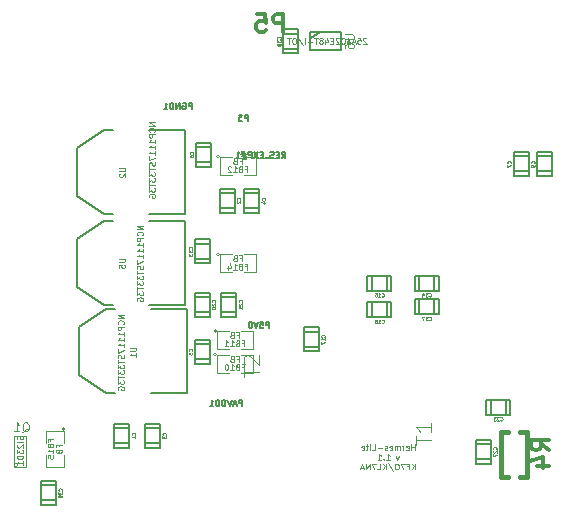
<source format=gbo>
%FSLAX34Y34*%
G04 Gerber Fmt 3.4, Leading zero omitted, Abs format*
G04 (created by PCBNEW (2014-06-12 BZR 4942)-product) date Mon 16 Jun 2014 06:59:23 PM PDT*
%MOIN*%
G01*
G70*
G90*
G04 APERTURE LIST*
%ADD10C,0.003937*%
%ADD11C,0.004921*%
%ADD12C,0.005000*%
%ADD13C,0.003900*%
%ADD14C,0.003100*%
%ADD15C,0.015000*%
%ADD16C,0.008000*%
%ADD17C,0.005157*%
%ADD18C,0.002400*%
%ADD19C,0.004300*%
%ADD20C,0.012000*%
%ADD21C,0.004700*%
%ADD22C,0.003500*%
%ADD23C,0.003000*%
G04 APERTURE END LIST*
G54D10*
G54D11*
X63185Y-30164D02*
X63185Y-29967D01*
X63185Y-30061D02*
X63073Y-30061D01*
X63073Y-30164D02*
X63073Y-29967D01*
X62904Y-30154D02*
X62923Y-30164D01*
X62960Y-30164D01*
X62979Y-30154D01*
X62988Y-30136D01*
X62988Y-30061D01*
X62979Y-30042D01*
X62960Y-30033D01*
X62923Y-30033D01*
X62904Y-30042D01*
X62895Y-30061D01*
X62895Y-30079D01*
X62988Y-30098D01*
X62810Y-30164D02*
X62810Y-30033D01*
X62810Y-30070D02*
X62801Y-30051D01*
X62792Y-30042D01*
X62773Y-30033D01*
X62754Y-30033D01*
X62689Y-30164D02*
X62689Y-30033D01*
X62689Y-30051D02*
X62679Y-30042D01*
X62660Y-30033D01*
X62632Y-30033D01*
X62614Y-30042D01*
X62604Y-30061D01*
X62604Y-30164D01*
X62604Y-30061D02*
X62595Y-30042D01*
X62576Y-30033D01*
X62548Y-30033D01*
X62529Y-30042D01*
X62520Y-30061D01*
X62520Y-30164D01*
X62351Y-30154D02*
X62370Y-30164D01*
X62407Y-30164D01*
X62426Y-30154D01*
X62435Y-30136D01*
X62435Y-30061D01*
X62426Y-30042D01*
X62407Y-30033D01*
X62370Y-30033D01*
X62351Y-30042D01*
X62342Y-30061D01*
X62342Y-30079D01*
X62435Y-30098D01*
X62267Y-30154D02*
X62248Y-30164D01*
X62210Y-30164D01*
X62192Y-30154D01*
X62182Y-30136D01*
X62182Y-30126D01*
X62192Y-30108D01*
X62210Y-30098D01*
X62239Y-30098D01*
X62257Y-30089D01*
X62267Y-30070D01*
X62267Y-30061D01*
X62257Y-30042D01*
X62239Y-30033D01*
X62210Y-30033D01*
X62192Y-30042D01*
X62098Y-30089D02*
X61948Y-30089D01*
X61761Y-30164D02*
X61854Y-30164D01*
X61854Y-29967D01*
X61695Y-30164D02*
X61695Y-30033D01*
X61695Y-29967D02*
X61704Y-29976D01*
X61695Y-29986D01*
X61686Y-29976D01*
X61695Y-29967D01*
X61695Y-29986D01*
X61629Y-30033D02*
X61554Y-30033D01*
X61601Y-29967D02*
X61601Y-30136D01*
X61592Y-30154D01*
X61573Y-30164D01*
X61554Y-30164D01*
X61414Y-30154D02*
X61432Y-30164D01*
X61470Y-30164D01*
X61489Y-30154D01*
X61498Y-30136D01*
X61498Y-30061D01*
X61489Y-30042D01*
X61470Y-30033D01*
X61432Y-30033D01*
X61414Y-30042D01*
X61404Y-30061D01*
X61404Y-30079D01*
X61498Y-30098D01*
X62656Y-30357D02*
X62609Y-30489D01*
X62562Y-30357D01*
X62234Y-30489D02*
X62346Y-30489D01*
X62290Y-30489D02*
X62290Y-30292D01*
X62309Y-30320D01*
X62328Y-30339D01*
X62346Y-30348D01*
X62150Y-30470D02*
X62140Y-30479D01*
X62150Y-30489D01*
X62159Y-30479D01*
X62150Y-30470D01*
X62150Y-30489D01*
X61953Y-30489D02*
X62065Y-30489D01*
X62009Y-30489D02*
X62009Y-30292D01*
X62028Y-30320D01*
X62046Y-30339D01*
X62065Y-30348D01*
X63195Y-30813D02*
X63195Y-30617D01*
X63082Y-30813D02*
X63167Y-30701D01*
X63082Y-30617D02*
X63195Y-30729D01*
X62932Y-30710D02*
X62998Y-30710D01*
X62998Y-30813D02*
X62998Y-30617D01*
X62904Y-30617D01*
X62848Y-30617D02*
X62717Y-30617D01*
X62801Y-30813D01*
X62604Y-30617D02*
X62567Y-30617D01*
X62548Y-30626D01*
X62529Y-30645D01*
X62520Y-30682D01*
X62520Y-30748D01*
X62529Y-30785D01*
X62548Y-30804D01*
X62567Y-30813D01*
X62604Y-30813D01*
X62623Y-30804D01*
X62642Y-30785D01*
X62651Y-30748D01*
X62651Y-30682D01*
X62642Y-30645D01*
X62623Y-30626D01*
X62604Y-30617D01*
X62295Y-30607D02*
X62464Y-30860D01*
X62229Y-30813D02*
X62229Y-30617D01*
X62117Y-30813D02*
X62201Y-30701D01*
X62117Y-30617D02*
X62229Y-30729D01*
X61939Y-30813D02*
X62032Y-30813D01*
X62032Y-30617D01*
X61892Y-30617D02*
X61761Y-30617D01*
X61845Y-30813D01*
X61686Y-30813D02*
X61686Y-30617D01*
X61573Y-30813D01*
X61573Y-30617D01*
X61489Y-30757D02*
X61395Y-30757D01*
X61507Y-30813D02*
X61442Y-30617D01*
X61376Y-30813D01*
G54D12*
X53675Y-29435D02*
X53175Y-29435D01*
X53675Y-29935D02*
X53185Y-29935D01*
X53675Y-30085D02*
X53675Y-29285D01*
X53675Y-29285D02*
X53175Y-29285D01*
X53175Y-29285D02*
X53175Y-30085D01*
X53175Y-30085D02*
X53675Y-30085D01*
X57179Y-21600D02*
X56679Y-21600D01*
X57179Y-22100D02*
X56689Y-22100D01*
X57179Y-22250D02*
X57179Y-21450D01*
X57179Y-21450D02*
X56679Y-21450D01*
X56679Y-21450D02*
X56679Y-22250D01*
X56679Y-22250D02*
X57179Y-22250D01*
X54698Y-29435D02*
X54198Y-29435D01*
X54698Y-29935D02*
X54208Y-29935D01*
X54698Y-30085D02*
X54698Y-29285D01*
X54698Y-29285D02*
X54198Y-29285D01*
X54198Y-29285D02*
X54198Y-30085D01*
X54198Y-30085D02*
X54698Y-30085D01*
X58005Y-21600D02*
X57505Y-21600D01*
X58005Y-22100D02*
X57515Y-22100D01*
X58005Y-22250D02*
X58005Y-21450D01*
X58005Y-21450D02*
X57505Y-21450D01*
X57505Y-21450D02*
X57505Y-22250D01*
X57505Y-22250D02*
X58005Y-22250D01*
X55852Y-27139D02*
X56352Y-27139D01*
X55852Y-26639D02*
X56342Y-26639D01*
X55852Y-26489D02*
X55852Y-27289D01*
X55852Y-27289D02*
X56352Y-27289D01*
X56352Y-27289D02*
X56352Y-26489D01*
X56352Y-26489D02*
X55852Y-26489D01*
X55891Y-20564D02*
X56391Y-20564D01*
X55891Y-20064D02*
X56381Y-20064D01*
X55891Y-19914D02*
X55891Y-20714D01*
X55891Y-20714D02*
X56391Y-20714D01*
X56391Y-20714D02*
X56391Y-19914D01*
X56391Y-19914D02*
X55891Y-19914D01*
X66482Y-20879D02*
X66982Y-20879D01*
X66482Y-20379D02*
X66972Y-20379D01*
X66482Y-20229D02*
X66482Y-21029D01*
X66482Y-21029D02*
X66982Y-21029D01*
X66982Y-21029D02*
X66982Y-20229D01*
X66982Y-20229D02*
X66482Y-20229D01*
X67269Y-20879D02*
X67769Y-20879D01*
X67269Y-20379D02*
X67759Y-20379D01*
X67269Y-20229D02*
X67269Y-21029D01*
X67269Y-21029D02*
X67769Y-21029D01*
X67769Y-21029D02*
X67769Y-20229D01*
X67769Y-20229D02*
X67269Y-20229D01*
X62257Y-24856D02*
X62257Y-24356D01*
X61757Y-24856D02*
X61757Y-24366D01*
X61607Y-24856D02*
X62407Y-24856D01*
X62407Y-24856D02*
X62407Y-24356D01*
X62407Y-24356D02*
X61607Y-24356D01*
X61607Y-24356D02*
X61607Y-24856D01*
X62257Y-25742D02*
X62257Y-25242D01*
X61757Y-25742D02*
X61757Y-25252D01*
X61607Y-25742D02*
X62407Y-25742D01*
X62407Y-25742D02*
X62407Y-25242D01*
X62407Y-25242D02*
X61607Y-25242D01*
X61607Y-25242D02*
X61607Y-25742D01*
X59994Y-26226D02*
X59494Y-26226D01*
X59994Y-26726D02*
X59504Y-26726D01*
X59994Y-26876D02*
X59994Y-26076D01*
X59994Y-26076D02*
X59494Y-26076D01*
X59494Y-26076D02*
X59494Y-26876D01*
X59494Y-26876D02*
X59994Y-26876D01*
X56352Y-25064D02*
X55852Y-25064D01*
X56352Y-25564D02*
X55862Y-25564D01*
X56352Y-25714D02*
X56352Y-24914D01*
X56352Y-24914D02*
X55852Y-24914D01*
X55852Y-24914D02*
X55852Y-25714D01*
X55852Y-25714D02*
X56352Y-25714D01*
X57238Y-25064D02*
X56738Y-25064D01*
X57238Y-25564D02*
X56748Y-25564D01*
X57238Y-25714D02*
X57238Y-24914D01*
X57238Y-24914D02*
X56738Y-24914D01*
X56738Y-24914D02*
X56738Y-25714D01*
X56738Y-25714D02*
X57238Y-25714D01*
X66214Y-28990D02*
X66214Y-28490D01*
X65714Y-28990D02*
X65714Y-28500D01*
X65564Y-28990D02*
X66364Y-28990D01*
X66364Y-28990D02*
X66364Y-28490D01*
X66364Y-28490D02*
X65564Y-28490D01*
X65564Y-28490D02*
X65564Y-28990D01*
X65722Y-29966D02*
X65222Y-29966D01*
X65722Y-30466D02*
X65232Y-30466D01*
X65722Y-30616D02*
X65722Y-29816D01*
X65722Y-29816D02*
X65222Y-29816D01*
X65222Y-29816D02*
X65222Y-30616D01*
X65222Y-30616D02*
X65722Y-30616D01*
X55852Y-23793D02*
X56352Y-23793D01*
X55852Y-23293D02*
X56342Y-23293D01*
X55852Y-23143D02*
X55852Y-23943D01*
X55852Y-23943D02*
X56352Y-23943D01*
X56352Y-23943D02*
X56352Y-23143D01*
X56352Y-23143D02*
X55852Y-23143D01*
X63832Y-24856D02*
X63832Y-24356D01*
X63332Y-24856D02*
X63332Y-24366D01*
X63182Y-24856D02*
X63982Y-24856D01*
X63982Y-24856D02*
X63982Y-24356D01*
X63982Y-24356D02*
X63182Y-24356D01*
X63182Y-24356D02*
X63182Y-24856D01*
X63832Y-25643D02*
X63832Y-25143D01*
X63332Y-25643D02*
X63332Y-25153D01*
X63182Y-25643D02*
X63982Y-25643D01*
X63982Y-25643D02*
X63982Y-25143D01*
X63982Y-25143D02*
X63182Y-25143D01*
X63182Y-25143D02*
X63182Y-25643D01*
X58805Y-16785D02*
X59305Y-16785D01*
X58805Y-16285D02*
X59295Y-16285D01*
X58805Y-16135D02*
X58805Y-16935D01*
X58805Y-16935D02*
X59305Y-16935D01*
X59305Y-16935D02*
X59305Y-16135D01*
X59305Y-16135D02*
X58805Y-16135D01*
X51234Y-31344D02*
X50734Y-31344D01*
X51234Y-31844D02*
X50744Y-31844D01*
X51234Y-31994D02*
X51234Y-31194D01*
X51234Y-31194D02*
X50734Y-31194D01*
X50734Y-31194D02*
X50734Y-31994D01*
X50734Y-31994D02*
X51234Y-31994D01*
G54D13*
X56585Y-26983D02*
G75*
G03X56585Y-26983I-50J0D01*
G74*
G01*
X56985Y-26983D02*
X56585Y-26983D01*
X56585Y-26983D02*
X56585Y-27583D01*
X56585Y-27583D02*
X56985Y-27583D01*
X57385Y-27583D02*
X57785Y-27583D01*
X57785Y-27583D02*
X57785Y-26983D01*
X57785Y-26983D02*
X57385Y-26983D01*
X56585Y-26196D02*
G75*
G03X56585Y-26196I-50J0D01*
G74*
G01*
X56985Y-26196D02*
X56585Y-26196D01*
X56585Y-26196D02*
X56585Y-26796D01*
X56585Y-26796D02*
X56985Y-26796D01*
X57385Y-26796D02*
X57785Y-26796D01*
X57785Y-26796D02*
X57785Y-26196D01*
X57785Y-26196D02*
X57385Y-26196D01*
X56683Y-20388D02*
G75*
G03X56683Y-20388I-50J0D01*
G74*
G01*
X57083Y-20388D02*
X56683Y-20388D01*
X56683Y-20388D02*
X56683Y-20988D01*
X56683Y-20988D02*
X57083Y-20988D01*
X57483Y-20988D02*
X57883Y-20988D01*
X57883Y-20988D02*
X57883Y-20388D01*
X57883Y-20388D02*
X57483Y-20388D01*
X56683Y-23637D02*
G75*
G03X56683Y-23637I-50J0D01*
G74*
G01*
X57083Y-23637D02*
X56683Y-23637D01*
X56683Y-23637D02*
X56683Y-24237D01*
X56683Y-24237D02*
X57083Y-24237D01*
X57483Y-24237D02*
X57883Y-24237D01*
X57883Y-24237D02*
X57883Y-23637D01*
X57883Y-23637D02*
X57483Y-23637D01*
X51531Y-29468D02*
G75*
G03X51531Y-29468I-50J0D01*
G74*
G01*
X51481Y-29918D02*
X51481Y-29518D01*
X51481Y-29518D02*
X50881Y-29518D01*
X50881Y-29518D02*
X50881Y-29918D01*
X50881Y-30318D02*
X50881Y-30718D01*
X50881Y-30718D02*
X51481Y-30718D01*
X51481Y-30718D02*
X51481Y-30318D01*
G54D14*
X49963Y-30659D02*
G75*
G03X49963Y-30659I-62J0D01*
G74*
G01*
X50239Y-29696D02*
X49839Y-29696D01*
X50239Y-30721D02*
X49839Y-30721D01*
X49839Y-29696D02*
X49839Y-30721D01*
X50239Y-30721D02*
X50239Y-29696D01*
G54D15*
X66299Y-31062D02*
X66063Y-31062D01*
X66063Y-31062D02*
X66063Y-29566D01*
X66063Y-29566D02*
X66299Y-29566D01*
X66693Y-29566D02*
X66929Y-29566D01*
X66929Y-29566D02*
X66929Y-31062D01*
X66929Y-31062D02*
X66693Y-31062D01*
G54D16*
X54379Y-25450D02*
X55579Y-25450D01*
X55579Y-25450D02*
X55579Y-28250D01*
X55579Y-28250D02*
X54379Y-28250D01*
X53179Y-25450D02*
X52879Y-25450D01*
X52879Y-25450D02*
X51979Y-26050D01*
X51979Y-26050D02*
X51979Y-27650D01*
X51979Y-27650D02*
X52879Y-28250D01*
X52879Y-28250D02*
X53179Y-28250D01*
X54340Y-19505D02*
X55540Y-19505D01*
X55540Y-19505D02*
X55540Y-22305D01*
X55540Y-22305D02*
X54340Y-22305D01*
X53140Y-19505D02*
X52840Y-19505D01*
X52840Y-19505D02*
X51940Y-20105D01*
X51940Y-20105D02*
X51940Y-21705D01*
X51940Y-21705D02*
X52840Y-22305D01*
X52840Y-22305D02*
X53140Y-22305D01*
X54340Y-22537D02*
X55540Y-22537D01*
X55540Y-22537D02*
X55540Y-25337D01*
X55540Y-25337D02*
X54340Y-25337D01*
X53140Y-22537D02*
X52840Y-22537D01*
X52840Y-22537D02*
X51940Y-23137D01*
X51940Y-23137D02*
X51940Y-24737D01*
X51940Y-24737D02*
X52840Y-25337D01*
X52840Y-25337D02*
X53140Y-25337D01*
G54D12*
X60036Y-16235D02*
X59736Y-16435D01*
X60736Y-16235D02*
X59711Y-16235D01*
X59711Y-16235D02*
X59711Y-16835D01*
X59711Y-16835D02*
X60736Y-16835D01*
X60736Y-16835D02*
X60736Y-16235D01*
G54D17*
X57435Y-28693D02*
X57435Y-28487D01*
X57356Y-28487D01*
X57337Y-28496D01*
X57327Y-28506D01*
X57317Y-28526D01*
X57317Y-28555D01*
X57327Y-28575D01*
X57337Y-28585D01*
X57356Y-28595D01*
X57435Y-28595D01*
X57238Y-28634D02*
X57140Y-28634D01*
X57258Y-28693D02*
X57189Y-28487D01*
X57121Y-28693D01*
X57081Y-28487D02*
X57012Y-28693D01*
X56944Y-28487D01*
X56875Y-28693D02*
X56875Y-28487D01*
X56826Y-28487D01*
X56796Y-28496D01*
X56777Y-28516D01*
X56767Y-28536D01*
X56757Y-28575D01*
X56757Y-28604D01*
X56767Y-28644D01*
X56777Y-28663D01*
X56796Y-28683D01*
X56826Y-28693D01*
X56875Y-28693D01*
X56669Y-28693D02*
X56669Y-28487D01*
X56620Y-28487D01*
X56590Y-28496D01*
X56570Y-28516D01*
X56561Y-28536D01*
X56551Y-28575D01*
X56551Y-28604D01*
X56561Y-28644D01*
X56570Y-28663D01*
X56590Y-28683D01*
X56620Y-28693D01*
X56669Y-28693D01*
X56354Y-28693D02*
X56472Y-28693D01*
X56413Y-28693D02*
X56413Y-28487D01*
X56433Y-28516D01*
X56453Y-28536D01*
X56472Y-28545D01*
G54D18*
X53857Y-29665D02*
X53862Y-29659D01*
X53868Y-29642D01*
X53868Y-29631D01*
X53862Y-29614D01*
X53851Y-29603D01*
X53840Y-29597D01*
X53818Y-29592D01*
X53801Y-29592D01*
X53778Y-29597D01*
X53767Y-29603D01*
X53756Y-29614D01*
X53750Y-29631D01*
X53750Y-29642D01*
X53756Y-29659D01*
X53761Y-29665D01*
X53868Y-29777D02*
X53868Y-29710D01*
X53868Y-29744D02*
X53750Y-29744D01*
X53767Y-29732D01*
X53778Y-29721D01*
X53784Y-29710D01*
X57361Y-21830D02*
X57366Y-21825D01*
X57372Y-21808D01*
X57372Y-21797D01*
X57366Y-21780D01*
X57355Y-21768D01*
X57344Y-21763D01*
X57321Y-21757D01*
X57305Y-21757D01*
X57282Y-21763D01*
X57271Y-21768D01*
X57260Y-21780D01*
X57254Y-21797D01*
X57254Y-21808D01*
X57260Y-21825D01*
X57265Y-21830D01*
X57265Y-21875D02*
X57260Y-21881D01*
X57254Y-21892D01*
X57254Y-21920D01*
X57260Y-21931D01*
X57265Y-21937D01*
X57276Y-21943D01*
X57288Y-21943D01*
X57305Y-21937D01*
X57372Y-21870D01*
X57372Y-21943D01*
X54880Y-29665D02*
X54886Y-29659D01*
X54892Y-29642D01*
X54892Y-29631D01*
X54886Y-29614D01*
X54875Y-29603D01*
X54864Y-29597D01*
X54841Y-29592D01*
X54824Y-29592D01*
X54802Y-29597D01*
X54791Y-29603D01*
X54779Y-29614D01*
X54774Y-29631D01*
X54774Y-29642D01*
X54779Y-29659D01*
X54785Y-29665D01*
X54774Y-29704D02*
X54774Y-29777D01*
X54819Y-29738D01*
X54819Y-29755D01*
X54824Y-29766D01*
X54830Y-29772D01*
X54841Y-29777D01*
X54869Y-29777D01*
X54880Y-29772D01*
X54886Y-29766D01*
X54892Y-29755D01*
X54892Y-29721D01*
X54886Y-29710D01*
X54880Y-29704D01*
X58188Y-21830D02*
X58193Y-21825D01*
X58199Y-21808D01*
X58199Y-21797D01*
X58193Y-21780D01*
X58182Y-21768D01*
X58171Y-21763D01*
X58148Y-21757D01*
X58131Y-21757D01*
X58109Y-21763D01*
X58098Y-21768D01*
X58086Y-21780D01*
X58081Y-21797D01*
X58081Y-21808D01*
X58086Y-21825D01*
X58092Y-21830D01*
X58120Y-21931D02*
X58199Y-21931D01*
X58075Y-21903D02*
X58159Y-21875D01*
X58159Y-21948D01*
X55754Y-26870D02*
X55760Y-26864D01*
X55765Y-26847D01*
X55765Y-26836D01*
X55760Y-26819D01*
X55748Y-26808D01*
X55737Y-26802D01*
X55715Y-26797D01*
X55698Y-26797D01*
X55675Y-26802D01*
X55664Y-26808D01*
X55653Y-26819D01*
X55647Y-26836D01*
X55647Y-26847D01*
X55653Y-26864D01*
X55658Y-26870D01*
X55647Y-26976D02*
X55647Y-26920D01*
X55703Y-26915D01*
X55698Y-26920D01*
X55692Y-26931D01*
X55692Y-26960D01*
X55698Y-26971D01*
X55703Y-26976D01*
X55715Y-26982D01*
X55743Y-26982D01*
X55754Y-26976D01*
X55760Y-26971D01*
X55765Y-26960D01*
X55765Y-26931D01*
X55760Y-26920D01*
X55754Y-26915D01*
X55793Y-20295D02*
X55799Y-20289D01*
X55805Y-20272D01*
X55805Y-20261D01*
X55799Y-20244D01*
X55788Y-20233D01*
X55777Y-20227D01*
X55754Y-20222D01*
X55737Y-20222D01*
X55715Y-20227D01*
X55703Y-20233D01*
X55692Y-20244D01*
X55687Y-20261D01*
X55687Y-20272D01*
X55692Y-20289D01*
X55698Y-20295D01*
X55687Y-20396D02*
X55687Y-20373D01*
X55692Y-20362D01*
X55698Y-20357D01*
X55715Y-20345D01*
X55737Y-20340D01*
X55782Y-20340D01*
X55793Y-20345D01*
X55799Y-20351D01*
X55805Y-20362D01*
X55805Y-20385D01*
X55799Y-20396D01*
X55793Y-20402D01*
X55782Y-20407D01*
X55754Y-20407D01*
X55743Y-20402D01*
X55737Y-20396D01*
X55732Y-20385D01*
X55732Y-20362D01*
X55737Y-20351D01*
X55743Y-20345D01*
X55754Y-20340D01*
X66384Y-20610D02*
X66390Y-20604D01*
X66395Y-20587D01*
X66395Y-20576D01*
X66390Y-20559D01*
X66378Y-20548D01*
X66367Y-20542D01*
X66345Y-20537D01*
X66328Y-20537D01*
X66305Y-20542D01*
X66294Y-20548D01*
X66283Y-20559D01*
X66277Y-20576D01*
X66277Y-20587D01*
X66283Y-20604D01*
X66288Y-20610D01*
X66277Y-20649D02*
X66277Y-20728D01*
X66395Y-20677D01*
X67171Y-20610D02*
X67177Y-20604D01*
X67183Y-20587D01*
X67183Y-20576D01*
X67177Y-20559D01*
X67166Y-20548D01*
X67154Y-20542D01*
X67132Y-20537D01*
X67115Y-20537D01*
X67093Y-20542D01*
X67081Y-20548D01*
X67070Y-20559D01*
X67065Y-20576D01*
X67065Y-20587D01*
X67070Y-20604D01*
X67076Y-20610D01*
X67183Y-20666D02*
X67183Y-20688D01*
X67177Y-20700D01*
X67171Y-20705D01*
X67154Y-20717D01*
X67132Y-20722D01*
X67087Y-20722D01*
X67076Y-20717D01*
X67070Y-20711D01*
X67065Y-20700D01*
X67065Y-20677D01*
X67070Y-20666D01*
X67076Y-20660D01*
X67087Y-20655D01*
X67115Y-20655D01*
X67126Y-20660D01*
X67132Y-20666D01*
X67138Y-20677D01*
X67138Y-20700D01*
X67132Y-20711D01*
X67126Y-20717D01*
X67115Y-20722D01*
X62083Y-25038D02*
X62089Y-25044D01*
X62106Y-25049D01*
X62117Y-25049D01*
X62134Y-25044D01*
X62145Y-25032D01*
X62151Y-25021D01*
X62156Y-24999D01*
X62156Y-24982D01*
X62151Y-24959D01*
X62145Y-24948D01*
X62134Y-24937D01*
X62117Y-24931D01*
X62106Y-24931D01*
X62089Y-24937D01*
X62083Y-24942D01*
X61971Y-25049D02*
X62038Y-25049D01*
X62005Y-25049D02*
X62005Y-24931D01*
X62016Y-24948D01*
X62027Y-24959D01*
X62038Y-24965D01*
X61864Y-24931D02*
X61920Y-24931D01*
X61926Y-24987D01*
X61920Y-24982D01*
X61909Y-24976D01*
X61881Y-24976D01*
X61870Y-24982D01*
X61864Y-24987D01*
X61858Y-24999D01*
X61858Y-25027D01*
X61864Y-25038D01*
X61870Y-25044D01*
X61881Y-25049D01*
X61909Y-25049D01*
X61920Y-25044D01*
X61926Y-25038D01*
X62083Y-25924D02*
X62089Y-25929D01*
X62106Y-25935D01*
X62117Y-25935D01*
X62134Y-25929D01*
X62145Y-25918D01*
X62151Y-25907D01*
X62156Y-25884D01*
X62156Y-25868D01*
X62151Y-25845D01*
X62145Y-25834D01*
X62134Y-25823D01*
X62117Y-25817D01*
X62106Y-25817D01*
X62089Y-25823D01*
X62083Y-25828D01*
X61971Y-25935D02*
X62038Y-25935D01*
X62005Y-25935D02*
X62005Y-25817D01*
X62016Y-25834D01*
X62027Y-25845D01*
X62038Y-25851D01*
X61870Y-25817D02*
X61892Y-25817D01*
X61903Y-25823D01*
X61909Y-25828D01*
X61920Y-25845D01*
X61926Y-25868D01*
X61926Y-25913D01*
X61920Y-25924D01*
X61915Y-25929D01*
X61903Y-25935D01*
X61881Y-25935D01*
X61870Y-25929D01*
X61864Y-25924D01*
X61858Y-25913D01*
X61858Y-25884D01*
X61864Y-25873D01*
X61870Y-25868D01*
X61881Y-25862D01*
X61903Y-25862D01*
X61915Y-25868D01*
X61920Y-25873D01*
X61926Y-25884D01*
X60176Y-26400D02*
X60181Y-26394D01*
X60187Y-26378D01*
X60187Y-26366D01*
X60181Y-26349D01*
X60170Y-26338D01*
X60159Y-26333D01*
X60136Y-26327D01*
X60120Y-26327D01*
X60097Y-26333D01*
X60086Y-26338D01*
X60075Y-26349D01*
X60069Y-26366D01*
X60069Y-26378D01*
X60075Y-26394D01*
X60080Y-26400D01*
X60187Y-26512D02*
X60187Y-26445D01*
X60187Y-26479D02*
X60069Y-26479D01*
X60086Y-26467D01*
X60097Y-26456D01*
X60103Y-26445D01*
X60069Y-26552D02*
X60069Y-26630D01*
X60187Y-26580D01*
X56534Y-25239D02*
X56540Y-25233D01*
X56545Y-25216D01*
X56545Y-25205D01*
X56540Y-25188D01*
X56528Y-25177D01*
X56517Y-25171D01*
X56495Y-25166D01*
X56478Y-25166D01*
X56455Y-25171D01*
X56444Y-25177D01*
X56433Y-25188D01*
X56427Y-25205D01*
X56427Y-25216D01*
X56433Y-25233D01*
X56438Y-25239D01*
X56438Y-25284D02*
X56433Y-25289D01*
X56427Y-25300D01*
X56427Y-25329D01*
X56433Y-25340D01*
X56438Y-25345D01*
X56450Y-25351D01*
X56461Y-25351D01*
X56478Y-25345D01*
X56545Y-25278D01*
X56545Y-25351D01*
X56427Y-25424D02*
X56427Y-25435D01*
X56433Y-25447D01*
X56438Y-25452D01*
X56450Y-25458D01*
X56472Y-25463D01*
X56500Y-25463D01*
X56523Y-25458D01*
X56534Y-25452D01*
X56540Y-25447D01*
X56545Y-25435D01*
X56545Y-25424D01*
X56540Y-25413D01*
X56534Y-25407D01*
X56523Y-25402D01*
X56500Y-25396D01*
X56472Y-25396D01*
X56450Y-25402D01*
X56438Y-25407D01*
X56433Y-25413D01*
X56427Y-25424D01*
X57420Y-25239D02*
X57425Y-25233D01*
X57431Y-25216D01*
X57431Y-25205D01*
X57425Y-25188D01*
X57414Y-25177D01*
X57403Y-25171D01*
X57380Y-25166D01*
X57364Y-25166D01*
X57341Y-25171D01*
X57330Y-25177D01*
X57319Y-25188D01*
X57313Y-25205D01*
X57313Y-25216D01*
X57319Y-25233D01*
X57324Y-25239D01*
X57324Y-25284D02*
X57319Y-25289D01*
X57313Y-25300D01*
X57313Y-25329D01*
X57319Y-25340D01*
X57324Y-25345D01*
X57336Y-25351D01*
X57347Y-25351D01*
X57364Y-25345D01*
X57431Y-25278D01*
X57431Y-25351D01*
X57431Y-25463D02*
X57431Y-25396D01*
X57431Y-25430D02*
X57313Y-25430D01*
X57330Y-25418D01*
X57341Y-25407D01*
X57347Y-25396D01*
X66040Y-29172D02*
X66046Y-29177D01*
X66062Y-29183D01*
X66074Y-29183D01*
X66090Y-29177D01*
X66102Y-29166D01*
X66107Y-29155D01*
X66113Y-29132D01*
X66113Y-29116D01*
X66107Y-29093D01*
X66102Y-29082D01*
X66090Y-29071D01*
X66074Y-29065D01*
X66062Y-29065D01*
X66046Y-29071D01*
X66040Y-29076D01*
X65995Y-29076D02*
X65989Y-29071D01*
X65978Y-29065D01*
X65950Y-29065D01*
X65939Y-29071D01*
X65933Y-29076D01*
X65928Y-29088D01*
X65928Y-29099D01*
X65933Y-29116D01*
X66001Y-29183D01*
X65928Y-29183D01*
X65888Y-29065D02*
X65815Y-29065D01*
X65854Y-29110D01*
X65838Y-29110D01*
X65826Y-29116D01*
X65821Y-29121D01*
X65815Y-29132D01*
X65815Y-29161D01*
X65821Y-29172D01*
X65826Y-29177D01*
X65838Y-29183D01*
X65871Y-29183D01*
X65883Y-29177D01*
X65888Y-29172D01*
X65904Y-30140D02*
X65910Y-30135D01*
X65915Y-30118D01*
X65915Y-30106D01*
X65910Y-30090D01*
X65898Y-30078D01*
X65887Y-30073D01*
X65865Y-30067D01*
X65848Y-30067D01*
X65825Y-30073D01*
X65814Y-30078D01*
X65803Y-30090D01*
X65797Y-30106D01*
X65797Y-30118D01*
X65803Y-30135D01*
X65809Y-30140D01*
X65809Y-30185D02*
X65803Y-30191D01*
X65797Y-30202D01*
X65797Y-30230D01*
X65803Y-30241D01*
X65809Y-30247D01*
X65820Y-30253D01*
X65831Y-30253D01*
X65848Y-30247D01*
X65915Y-30180D01*
X65915Y-30253D01*
X65797Y-30292D02*
X65797Y-30371D01*
X65915Y-30320D01*
X55754Y-23467D02*
X55760Y-23461D01*
X55765Y-23444D01*
X55765Y-23433D01*
X55760Y-23416D01*
X55748Y-23405D01*
X55737Y-23400D01*
X55715Y-23394D01*
X55698Y-23394D01*
X55675Y-23400D01*
X55664Y-23405D01*
X55653Y-23416D01*
X55647Y-23433D01*
X55647Y-23444D01*
X55653Y-23461D01*
X55658Y-23467D01*
X55647Y-23506D02*
X55647Y-23579D01*
X55692Y-23540D01*
X55692Y-23557D01*
X55698Y-23568D01*
X55703Y-23574D01*
X55715Y-23579D01*
X55743Y-23579D01*
X55754Y-23574D01*
X55760Y-23568D01*
X55765Y-23557D01*
X55765Y-23523D01*
X55760Y-23512D01*
X55754Y-23506D01*
X55647Y-23619D02*
X55647Y-23692D01*
X55692Y-23652D01*
X55692Y-23669D01*
X55698Y-23680D01*
X55703Y-23686D01*
X55715Y-23692D01*
X55743Y-23692D01*
X55754Y-23686D01*
X55760Y-23680D01*
X55765Y-23669D01*
X55765Y-23636D01*
X55760Y-23624D01*
X55754Y-23619D01*
X63658Y-25038D02*
X63664Y-25044D01*
X63681Y-25049D01*
X63692Y-25049D01*
X63709Y-25044D01*
X63720Y-25032D01*
X63725Y-25021D01*
X63731Y-24999D01*
X63731Y-24982D01*
X63725Y-24959D01*
X63720Y-24948D01*
X63709Y-24937D01*
X63692Y-24931D01*
X63681Y-24931D01*
X63664Y-24937D01*
X63658Y-24942D01*
X63619Y-24931D02*
X63546Y-24931D01*
X63585Y-24976D01*
X63568Y-24976D01*
X63557Y-24982D01*
X63551Y-24987D01*
X63546Y-24999D01*
X63546Y-25027D01*
X63551Y-25038D01*
X63557Y-25044D01*
X63568Y-25049D01*
X63602Y-25049D01*
X63613Y-25044D01*
X63619Y-25038D01*
X63445Y-24971D02*
X63445Y-25049D01*
X63473Y-24926D02*
X63501Y-25010D01*
X63428Y-25010D01*
X63658Y-25825D02*
X63664Y-25831D01*
X63681Y-25837D01*
X63692Y-25837D01*
X63709Y-25831D01*
X63720Y-25820D01*
X63725Y-25808D01*
X63731Y-25786D01*
X63731Y-25769D01*
X63725Y-25747D01*
X63720Y-25735D01*
X63709Y-25724D01*
X63692Y-25719D01*
X63681Y-25719D01*
X63664Y-25724D01*
X63658Y-25730D01*
X63619Y-25719D02*
X63546Y-25719D01*
X63585Y-25764D01*
X63568Y-25764D01*
X63557Y-25769D01*
X63551Y-25775D01*
X63546Y-25786D01*
X63546Y-25814D01*
X63551Y-25825D01*
X63557Y-25831D01*
X63568Y-25837D01*
X63602Y-25837D01*
X63613Y-25831D01*
X63619Y-25825D01*
X63506Y-25719D02*
X63428Y-25719D01*
X63478Y-25837D01*
X58707Y-16459D02*
X58712Y-16453D01*
X58718Y-16437D01*
X58718Y-16425D01*
X58712Y-16409D01*
X58701Y-16397D01*
X58690Y-16392D01*
X58667Y-16386D01*
X58651Y-16386D01*
X58628Y-16392D01*
X58617Y-16397D01*
X58606Y-16409D01*
X58600Y-16425D01*
X58600Y-16437D01*
X58606Y-16453D01*
X58611Y-16459D01*
X58600Y-16498D02*
X58600Y-16571D01*
X58645Y-16532D01*
X58645Y-16549D01*
X58651Y-16560D01*
X58656Y-16566D01*
X58667Y-16571D01*
X58696Y-16571D01*
X58707Y-16566D01*
X58712Y-16560D01*
X58718Y-16549D01*
X58718Y-16515D01*
X58712Y-16504D01*
X58707Y-16498D01*
X58651Y-16639D02*
X58645Y-16628D01*
X58639Y-16622D01*
X58628Y-16616D01*
X58622Y-16616D01*
X58611Y-16622D01*
X58606Y-16628D01*
X58600Y-16639D01*
X58600Y-16661D01*
X58606Y-16673D01*
X58611Y-16678D01*
X58622Y-16684D01*
X58628Y-16684D01*
X58639Y-16678D01*
X58645Y-16673D01*
X58651Y-16661D01*
X58651Y-16639D01*
X58656Y-16628D01*
X58662Y-16622D01*
X58673Y-16616D01*
X58696Y-16616D01*
X58707Y-16622D01*
X58712Y-16628D01*
X58718Y-16639D01*
X58718Y-16661D01*
X58712Y-16673D01*
X58707Y-16678D01*
X58696Y-16684D01*
X58673Y-16684D01*
X58662Y-16678D01*
X58656Y-16673D01*
X58651Y-16661D01*
X51416Y-31518D02*
X51422Y-31513D01*
X51427Y-31496D01*
X51427Y-31484D01*
X51422Y-31468D01*
X51410Y-31456D01*
X51399Y-31451D01*
X51377Y-31445D01*
X51360Y-31445D01*
X51337Y-31451D01*
X51326Y-31456D01*
X51315Y-31468D01*
X51309Y-31484D01*
X51309Y-31496D01*
X51315Y-31513D01*
X51320Y-31518D01*
X51309Y-31557D02*
X51309Y-31631D01*
X51354Y-31591D01*
X51354Y-31608D01*
X51360Y-31619D01*
X51365Y-31625D01*
X51377Y-31631D01*
X51405Y-31631D01*
X51416Y-31625D01*
X51422Y-31619D01*
X51427Y-31608D01*
X51427Y-31574D01*
X51422Y-31563D01*
X51416Y-31557D01*
X51427Y-31687D02*
X51427Y-31709D01*
X51422Y-31720D01*
X51416Y-31726D01*
X51399Y-31737D01*
X51377Y-31743D01*
X51332Y-31743D01*
X51320Y-31737D01*
X51315Y-31732D01*
X51309Y-31720D01*
X51309Y-31698D01*
X51315Y-31687D01*
X51320Y-31681D01*
X51332Y-31675D01*
X51360Y-31675D01*
X51371Y-31681D01*
X51377Y-31687D01*
X51382Y-31698D01*
X51382Y-31720D01*
X51377Y-31732D01*
X51371Y-31737D01*
X51360Y-31743D01*
G54D19*
X57443Y-27394D02*
X57508Y-27394D01*
X57508Y-27497D02*
X57508Y-27300D01*
X57414Y-27300D01*
X57274Y-27394D02*
X57246Y-27403D01*
X57236Y-27413D01*
X57227Y-27431D01*
X57227Y-27460D01*
X57236Y-27478D01*
X57246Y-27488D01*
X57264Y-27497D01*
X57339Y-27497D01*
X57339Y-27300D01*
X57274Y-27300D01*
X57255Y-27309D01*
X57246Y-27319D01*
X57236Y-27338D01*
X57236Y-27356D01*
X57246Y-27375D01*
X57255Y-27385D01*
X57274Y-27394D01*
X57339Y-27394D01*
X57039Y-27497D02*
X57152Y-27497D01*
X57095Y-27497D02*
X57095Y-27300D01*
X57114Y-27328D01*
X57133Y-27347D01*
X57152Y-27356D01*
X56917Y-27300D02*
X56898Y-27300D01*
X56880Y-27309D01*
X56870Y-27319D01*
X56861Y-27338D01*
X56852Y-27375D01*
X56852Y-27422D01*
X56861Y-27460D01*
X56870Y-27478D01*
X56880Y-27488D01*
X56898Y-27497D01*
X56917Y-27497D01*
X56936Y-27488D01*
X56945Y-27478D01*
X56955Y-27460D01*
X56964Y-27422D01*
X56964Y-27375D01*
X56955Y-27338D01*
X56945Y-27319D01*
X56936Y-27309D01*
X56917Y-27300D01*
X57255Y-27119D02*
X57321Y-27119D01*
X57321Y-27222D02*
X57321Y-27025D01*
X57227Y-27025D01*
X57086Y-27119D02*
X57058Y-27128D01*
X57049Y-27138D01*
X57039Y-27156D01*
X57039Y-27185D01*
X57049Y-27203D01*
X57058Y-27213D01*
X57077Y-27222D01*
X57152Y-27222D01*
X57152Y-27025D01*
X57086Y-27025D01*
X57067Y-27034D01*
X57058Y-27044D01*
X57049Y-27063D01*
X57049Y-27081D01*
X57058Y-27100D01*
X57067Y-27110D01*
X57086Y-27119D01*
X57152Y-27119D01*
X57443Y-26606D02*
X57508Y-26606D01*
X57508Y-26710D02*
X57508Y-26513D01*
X57414Y-26513D01*
X57274Y-26606D02*
X57246Y-26616D01*
X57236Y-26625D01*
X57227Y-26644D01*
X57227Y-26672D01*
X57236Y-26691D01*
X57246Y-26700D01*
X57264Y-26710D01*
X57339Y-26710D01*
X57339Y-26513D01*
X57274Y-26513D01*
X57255Y-26522D01*
X57246Y-26531D01*
X57236Y-26550D01*
X57236Y-26569D01*
X57246Y-26588D01*
X57255Y-26597D01*
X57274Y-26606D01*
X57339Y-26606D01*
X57039Y-26710D02*
X57152Y-26710D01*
X57095Y-26710D02*
X57095Y-26513D01*
X57114Y-26541D01*
X57133Y-26560D01*
X57152Y-26569D01*
X56852Y-26710D02*
X56964Y-26710D01*
X56908Y-26710D02*
X56908Y-26513D01*
X56927Y-26541D01*
X56945Y-26560D01*
X56964Y-26569D01*
X57255Y-26331D02*
X57321Y-26331D01*
X57321Y-26435D02*
X57321Y-26238D01*
X57227Y-26238D01*
X57086Y-26331D02*
X57058Y-26341D01*
X57049Y-26350D01*
X57039Y-26369D01*
X57039Y-26397D01*
X57049Y-26416D01*
X57058Y-26425D01*
X57077Y-26435D01*
X57152Y-26435D01*
X57152Y-26238D01*
X57086Y-26238D01*
X57067Y-26247D01*
X57058Y-26256D01*
X57049Y-26275D01*
X57049Y-26294D01*
X57058Y-26313D01*
X57067Y-26322D01*
X57086Y-26331D01*
X57152Y-26331D01*
X57541Y-20799D02*
X57607Y-20799D01*
X57607Y-20903D02*
X57607Y-20706D01*
X57513Y-20706D01*
X57372Y-20799D02*
X57344Y-20809D01*
X57335Y-20818D01*
X57325Y-20837D01*
X57325Y-20865D01*
X57335Y-20884D01*
X57344Y-20893D01*
X57363Y-20903D01*
X57438Y-20903D01*
X57438Y-20706D01*
X57372Y-20706D01*
X57353Y-20715D01*
X57344Y-20724D01*
X57335Y-20743D01*
X57335Y-20762D01*
X57344Y-20781D01*
X57353Y-20790D01*
X57372Y-20799D01*
X57438Y-20799D01*
X57138Y-20903D02*
X57250Y-20903D01*
X57194Y-20903D02*
X57194Y-20706D01*
X57213Y-20734D01*
X57231Y-20753D01*
X57250Y-20762D01*
X57063Y-20724D02*
X57053Y-20715D01*
X57034Y-20706D01*
X56987Y-20706D01*
X56969Y-20715D01*
X56959Y-20724D01*
X56950Y-20743D01*
X56950Y-20762D01*
X56959Y-20790D01*
X57072Y-20903D01*
X56950Y-20903D01*
X57353Y-20524D02*
X57419Y-20524D01*
X57419Y-20628D02*
X57419Y-20431D01*
X57325Y-20431D01*
X57184Y-20524D02*
X57156Y-20534D01*
X57147Y-20543D01*
X57138Y-20562D01*
X57138Y-20590D01*
X57147Y-20609D01*
X57156Y-20618D01*
X57175Y-20628D01*
X57250Y-20628D01*
X57250Y-20431D01*
X57184Y-20431D01*
X57166Y-20440D01*
X57156Y-20449D01*
X57147Y-20468D01*
X57147Y-20487D01*
X57156Y-20506D01*
X57166Y-20515D01*
X57184Y-20524D01*
X57250Y-20524D01*
X57541Y-24047D02*
X57607Y-24047D01*
X57607Y-24151D02*
X57607Y-23954D01*
X57513Y-23954D01*
X57372Y-24047D02*
X57344Y-24057D01*
X57335Y-24066D01*
X57325Y-24085D01*
X57325Y-24113D01*
X57335Y-24132D01*
X57344Y-24141D01*
X57363Y-24151D01*
X57438Y-24151D01*
X57438Y-23954D01*
X57372Y-23954D01*
X57353Y-23963D01*
X57344Y-23972D01*
X57335Y-23991D01*
X57335Y-24010D01*
X57344Y-24029D01*
X57353Y-24038D01*
X57372Y-24047D01*
X57438Y-24047D01*
X57138Y-24151D02*
X57250Y-24151D01*
X57194Y-24151D02*
X57194Y-23954D01*
X57213Y-23982D01*
X57231Y-24001D01*
X57250Y-24010D01*
X56969Y-24019D02*
X56969Y-24151D01*
X57016Y-23944D02*
X57063Y-24085D01*
X56941Y-24085D01*
X57353Y-23772D02*
X57419Y-23772D01*
X57419Y-23876D02*
X57419Y-23679D01*
X57325Y-23679D01*
X57184Y-23772D02*
X57156Y-23782D01*
X57147Y-23791D01*
X57138Y-23810D01*
X57138Y-23838D01*
X57147Y-23857D01*
X57156Y-23866D01*
X57175Y-23876D01*
X57250Y-23876D01*
X57250Y-23679D01*
X57184Y-23679D01*
X57166Y-23688D01*
X57156Y-23697D01*
X57147Y-23716D01*
X57147Y-23735D01*
X57156Y-23754D01*
X57166Y-23763D01*
X57184Y-23772D01*
X57250Y-23772D01*
X51042Y-29860D02*
X51042Y-29794D01*
X51145Y-29794D02*
X50948Y-29794D01*
X50948Y-29888D01*
X51042Y-30028D02*
X51051Y-30057D01*
X51060Y-30066D01*
X51079Y-30075D01*
X51107Y-30075D01*
X51126Y-30066D01*
X51135Y-30057D01*
X51145Y-30038D01*
X51145Y-29963D01*
X50948Y-29963D01*
X50948Y-30028D01*
X50957Y-30047D01*
X50966Y-30057D01*
X50985Y-30066D01*
X51004Y-30066D01*
X51023Y-30057D01*
X51032Y-30047D01*
X51042Y-30028D01*
X51042Y-29963D01*
X51145Y-30263D02*
X51145Y-30150D01*
X51145Y-30207D02*
X50948Y-30207D01*
X50976Y-30188D01*
X50995Y-30169D01*
X51004Y-30150D01*
X50948Y-30441D02*
X50948Y-30347D01*
X51042Y-30338D01*
X51032Y-30347D01*
X51023Y-30366D01*
X51023Y-30413D01*
X51032Y-30432D01*
X51042Y-30441D01*
X51060Y-30451D01*
X51107Y-30451D01*
X51126Y-30441D01*
X51135Y-30432D01*
X51145Y-30413D01*
X51145Y-30366D01*
X51135Y-30347D01*
X51126Y-30338D01*
X51317Y-30047D02*
X51317Y-29982D01*
X51420Y-29982D02*
X51223Y-29982D01*
X51223Y-30075D01*
X51317Y-30216D02*
X51326Y-30244D01*
X51335Y-30254D01*
X51354Y-30263D01*
X51382Y-30263D01*
X51401Y-30254D01*
X51410Y-30244D01*
X51420Y-30225D01*
X51420Y-30150D01*
X51223Y-30150D01*
X51223Y-30216D01*
X51232Y-30235D01*
X51241Y-30244D01*
X51260Y-30254D01*
X51279Y-30254D01*
X51298Y-30244D01*
X51307Y-30235D01*
X51317Y-30216D01*
X51317Y-30150D01*
G54D17*
X57632Y-19203D02*
X57632Y-18997D01*
X57553Y-18997D01*
X57534Y-19007D01*
X57524Y-19016D01*
X57514Y-19036D01*
X57514Y-19066D01*
X57524Y-19085D01*
X57534Y-19095D01*
X57553Y-19105D01*
X57632Y-19105D01*
X57445Y-18997D02*
X57318Y-18997D01*
X57386Y-19075D01*
X57357Y-19075D01*
X57337Y-19085D01*
X57328Y-19095D01*
X57318Y-19115D01*
X57318Y-19164D01*
X57328Y-19183D01*
X57337Y-19193D01*
X57357Y-19203D01*
X57416Y-19203D01*
X57436Y-19193D01*
X57445Y-19183D01*
G54D20*
X58808Y-16232D02*
X58808Y-15632D01*
X58580Y-15632D01*
X58523Y-15660D01*
X58494Y-15689D01*
X58466Y-15746D01*
X58466Y-15832D01*
X58494Y-15889D01*
X58523Y-15917D01*
X58580Y-15946D01*
X58808Y-15946D01*
X57923Y-15632D02*
X58208Y-15632D01*
X58237Y-15917D01*
X58208Y-15889D01*
X58151Y-15860D01*
X58008Y-15860D01*
X57951Y-15889D01*
X57923Y-15917D01*
X57894Y-15974D01*
X57894Y-16117D01*
X57923Y-16174D01*
X57951Y-16203D01*
X58008Y-16232D01*
X58151Y-16232D01*
X58208Y-16203D01*
X58237Y-16174D01*
G54D17*
X58338Y-26093D02*
X58338Y-25887D01*
X58260Y-25887D01*
X58240Y-25896D01*
X58230Y-25906D01*
X58221Y-25926D01*
X58221Y-25955D01*
X58230Y-25975D01*
X58240Y-25985D01*
X58260Y-25995D01*
X58338Y-25995D01*
X58034Y-25887D02*
X58132Y-25887D01*
X58142Y-25985D01*
X58132Y-25975D01*
X58112Y-25965D01*
X58063Y-25965D01*
X58044Y-25975D01*
X58034Y-25985D01*
X58024Y-26004D01*
X58024Y-26054D01*
X58034Y-26073D01*
X58044Y-26083D01*
X58063Y-26093D01*
X58112Y-26093D01*
X58132Y-26083D01*
X58142Y-26073D01*
X57965Y-25887D02*
X57896Y-26093D01*
X57828Y-25887D01*
X57720Y-25887D02*
X57700Y-25887D01*
X57680Y-25896D01*
X57670Y-25906D01*
X57661Y-25926D01*
X57651Y-25965D01*
X57651Y-26014D01*
X57661Y-26054D01*
X57670Y-26073D01*
X57680Y-26083D01*
X57700Y-26093D01*
X57720Y-26093D01*
X57739Y-26083D01*
X57749Y-26073D01*
X57759Y-26054D01*
X57769Y-26014D01*
X57769Y-25965D01*
X57759Y-25926D01*
X57749Y-25906D01*
X57739Y-25896D01*
X57720Y-25887D01*
X55766Y-18793D02*
X55766Y-18587D01*
X55688Y-18587D01*
X55668Y-18596D01*
X55658Y-18606D01*
X55648Y-18626D01*
X55648Y-18655D01*
X55658Y-18675D01*
X55668Y-18685D01*
X55688Y-18695D01*
X55766Y-18695D01*
X55452Y-18596D02*
X55471Y-18587D01*
X55501Y-18587D01*
X55530Y-18596D01*
X55550Y-18616D01*
X55560Y-18636D01*
X55570Y-18675D01*
X55570Y-18704D01*
X55560Y-18744D01*
X55550Y-18763D01*
X55530Y-18783D01*
X55501Y-18793D01*
X55481Y-18793D01*
X55452Y-18783D01*
X55442Y-18773D01*
X55442Y-18704D01*
X55481Y-18704D01*
X55354Y-18793D02*
X55354Y-18587D01*
X55236Y-18793D01*
X55236Y-18587D01*
X55137Y-18793D02*
X55137Y-18587D01*
X55088Y-18587D01*
X55059Y-18596D01*
X55039Y-18616D01*
X55029Y-18636D01*
X55020Y-18675D01*
X55020Y-18704D01*
X55029Y-18744D01*
X55039Y-18763D01*
X55059Y-18783D01*
X55088Y-18793D01*
X55137Y-18793D01*
X54823Y-18793D02*
X54941Y-18793D01*
X54882Y-18793D02*
X54882Y-18587D01*
X54902Y-18616D01*
X54921Y-18636D01*
X54941Y-18645D01*
G54D21*
X50106Y-29574D02*
X50135Y-29559D01*
X50164Y-29531D01*
X50206Y-29488D01*
X50235Y-29474D01*
X50264Y-29474D01*
X50249Y-29545D02*
X50278Y-29531D01*
X50306Y-29502D01*
X50321Y-29445D01*
X50321Y-29345D01*
X50306Y-29288D01*
X50278Y-29259D01*
X50249Y-29245D01*
X50192Y-29245D01*
X50164Y-29259D01*
X50135Y-29288D01*
X50121Y-29345D01*
X50121Y-29445D01*
X50135Y-29502D01*
X50164Y-29531D01*
X50192Y-29545D01*
X50249Y-29545D01*
X49835Y-29545D02*
X50006Y-29545D01*
X49921Y-29545D02*
X49921Y-29245D01*
X49949Y-29288D01*
X49978Y-29316D01*
X50006Y-29331D01*
G54D13*
X50119Y-29693D02*
X50128Y-29721D01*
X50128Y-29768D01*
X50119Y-29787D01*
X50109Y-29796D01*
X50090Y-29805D01*
X50072Y-29805D01*
X50053Y-29796D01*
X50044Y-29787D01*
X50034Y-29768D01*
X50025Y-29730D01*
X50015Y-29712D01*
X50006Y-29702D01*
X49987Y-29693D01*
X49969Y-29693D01*
X49950Y-29702D01*
X49940Y-29712D01*
X49931Y-29730D01*
X49931Y-29777D01*
X49940Y-29805D01*
X50128Y-29890D02*
X49997Y-29890D01*
X49931Y-29890D02*
X49940Y-29881D01*
X49950Y-29890D01*
X49940Y-29899D01*
X49931Y-29890D01*
X49950Y-29890D01*
X49950Y-29974D02*
X49940Y-29984D01*
X49931Y-30002D01*
X49931Y-30049D01*
X49940Y-30068D01*
X49950Y-30078D01*
X49969Y-30087D01*
X49987Y-30087D01*
X50015Y-30078D01*
X50128Y-29965D01*
X50128Y-30087D01*
X49931Y-30153D02*
X49931Y-30275D01*
X50006Y-30209D01*
X50006Y-30237D01*
X50015Y-30256D01*
X50025Y-30265D01*
X50044Y-30275D01*
X50090Y-30275D01*
X50109Y-30265D01*
X50119Y-30256D01*
X50128Y-30237D01*
X50128Y-30181D01*
X50119Y-30162D01*
X50109Y-30153D01*
X49931Y-30396D02*
X49931Y-30415D01*
X49940Y-30434D01*
X49950Y-30443D01*
X49969Y-30453D01*
X50006Y-30462D01*
X50053Y-30462D01*
X50090Y-30453D01*
X50109Y-30443D01*
X50119Y-30434D01*
X50128Y-30415D01*
X50128Y-30396D01*
X50119Y-30378D01*
X50109Y-30368D01*
X50090Y-30359D01*
X50053Y-30350D01*
X50006Y-30350D01*
X49969Y-30359D01*
X49950Y-30368D01*
X49940Y-30378D01*
X49931Y-30396D01*
X50128Y-30650D02*
X50128Y-30537D01*
X50128Y-30593D02*
X49931Y-30593D01*
X49959Y-30575D01*
X49978Y-30556D01*
X49987Y-30537D01*
G54D20*
X67673Y-30175D02*
X67387Y-29975D01*
X67673Y-29833D02*
X67073Y-29833D01*
X67073Y-30061D01*
X67102Y-30118D01*
X67130Y-30147D01*
X67187Y-30175D01*
X67273Y-30175D01*
X67330Y-30147D01*
X67359Y-30118D01*
X67387Y-30061D01*
X67387Y-29833D01*
X67273Y-30690D02*
X67673Y-30690D01*
X67044Y-30547D02*
X67473Y-30404D01*
X67473Y-30775D01*
G54D17*
X58760Y-20424D02*
X58829Y-20325D01*
X58878Y-20424D02*
X58878Y-20217D01*
X58799Y-20217D01*
X58779Y-20227D01*
X58770Y-20237D01*
X58760Y-20257D01*
X58760Y-20286D01*
X58770Y-20306D01*
X58779Y-20315D01*
X58799Y-20325D01*
X58878Y-20325D01*
X58671Y-20315D02*
X58603Y-20315D01*
X58573Y-20424D02*
X58671Y-20424D01*
X58671Y-20217D01*
X58573Y-20217D01*
X58495Y-20414D02*
X58465Y-20424D01*
X58416Y-20424D01*
X58396Y-20414D01*
X58386Y-20404D01*
X58377Y-20384D01*
X58377Y-20365D01*
X58386Y-20345D01*
X58396Y-20335D01*
X58416Y-20325D01*
X58455Y-20315D01*
X58475Y-20306D01*
X58485Y-20296D01*
X58495Y-20276D01*
X58495Y-20257D01*
X58485Y-20237D01*
X58475Y-20227D01*
X58455Y-20217D01*
X58406Y-20217D01*
X58377Y-20227D01*
X58337Y-20443D02*
X58180Y-20443D01*
X58131Y-20315D02*
X58062Y-20315D01*
X58033Y-20424D02*
X58131Y-20424D01*
X58131Y-20217D01*
X58033Y-20217D01*
X57964Y-20217D02*
X57827Y-20424D01*
X57827Y-20217D02*
X57964Y-20424D01*
X57748Y-20424D02*
X57748Y-20217D01*
X57669Y-20217D01*
X57650Y-20227D01*
X57640Y-20237D01*
X57630Y-20257D01*
X57630Y-20286D01*
X57640Y-20306D01*
X57650Y-20315D01*
X57669Y-20325D01*
X57748Y-20325D01*
X57551Y-20286D02*
X57404Y-20286D01*
X57493Y-20198D02*
X57551Y-20463D01*
X57424Y-20374D02*
X57571Y-20374D01*
X57483Y-20463D02*
X57424Y-20198D01*
X57227Y-20424D02*
X57345Y-20424D01*
X57286Y-20424D02*
X57286Y-20217D01*
X57306Y-20247D01*
X57326Y-20266D01*
X57345Y-20276D01*
G54D22*
X63214Y-29983D02*
X63214Y-29697D01*
X63714Y-29840D02*
X63214Y-29840D01*
X63714Y-29269D02*
X63714Y-29554D01*
X63714Y-29411D02*
X63214Y-29411D01*
X63285Y-29459D01*
X63333Y-29507D01*
X63357Y-29554D01*
X57486Y-27719D02*
X57486Y-27433D01*
X57986Y-27576D02*
X57486Y-27576D01*
X57533Y-27290D02*
X57509Y-27267D01*
X57486Y-27219D01*
X57486Y-27100D01*
X57509Y-27052D01*
X57533Y-27029D01*
X57581Y-27005D01*
X57628Y-27005D01*
X57700Y-27029D01*
X57986Y-27314D01*
X57986Y-27005D01*
G54D11*
X53692Y-26750D02*
X53851Y-26750D01*
X53870Y-26759D01*
X53879Y-26768D01*
X53889Y-26787D01*
X53889Y-26825D01*
X53879Y-26843D01*
X53870Y-26853D01*
X53851Y-26862D01*
X53692Y-26862D01*
X53889Y-27059D02*
X53889Y-26946D01*
X53889Y-27003D02*
X53692Y-27003D01*
X53720Y-26984D01*
X53739Y-26965D01*
X53748Y-26946D01*
X53489Y-25648D02*
X53292Y-25648D01*
X53489Y-25761D01*
X53292Y-25761D01*
X53470Y-25967D02*
X53479Y-25957D01*
X53489Y-25929D01*
X53489Y-25911D01*
X53479Y-25882D01*
X53460Y-25864D01*
X53442Y-25854D01*
X53404Y-25845D01*
X53376Y-25845D01*
X53339Y-25854D01*
X53320Y-25864D01*
X53301Y-25882D01*
X53292Y-25911D01*
X53292Y-25929D01*
X53301Y-25957D01*
X53310Y-25967D01*
X53489Y-26051D02*
X53292Y-26051D01*
X53292Y-26126D01*
X53301Y-26145D01*
X53310Y-26154D01*
X53329Y-26164D01*
X53357Y-26164D01*
X53376Y-26154D01*
X53385Y-26145D01*
X53395Y-26126D01*
X53395Y-26051D01*
X53489Y-26351D02*
X53489Y-26239D01*
X53489Y-26295D02*
X53292Y-26295D01*
X53320Y-26276D01*
X53339Y-26257D01*
X53348Y-26239D01*
X53489Y-26539D02*
X53489Y-26426D01*
X53489Y-26482D02*
X53292Y-26482D01*
X53320Y-26464D01*
X53339Y-26445D01*
X53348Y-26426D01*
X53489Y-26726D02*
X53489Y-26614D01*
X53489Y-26670D02*
X53292Y-26670D01*
X53320Y-26651D01*
X53339Y-26632D01*
X53348Y-26614D01*
X53292Y-26792D02*
X53292Y-26923D01*
X53489Y-26839D01*
X53479Y-26989D02*
X53489Y-27017D01*
X53489Y-27064D01*
X53479Y-27082D01*
X53470Y-27092D01*
X53451Y-27101D01*
X53432Y-27101D01*
X53414Y-27092D01*
X53404Y-27082D01*
X53395Y-27064D01*
X53385Y-27026D01*
X53376Y-27007D01*
X53367Y-26998D01*
X53348Y-26989D01*
X53329Y-26989D01*
X53310Y-26998D01*
X53301Y-27007D01*
X53292Y-27026D01*
X53292Y-27073D01*
X53301Y-27101D01*
X53292Y-27157D02*
X53292Y-27270D01*
X53489Y-27214D02*
X53292Y-27214D01*
X53292Y-27317D02*
X53292Y-27438D01*
X53367Y-27373D01*
X53367Y-27401D01*
X53376Y-27420D01*
X53385Y-27429D01*
X53404Y-27438D01*
X53451Y-27438D01*
X53470Y-27429D01*
X53479Y-27420D01*
X53489Y-27401D01*
X53489Y-27345D01*
X53479Y-27326D01*
X53470Y-27317D01*
X53292Y-27504D02*
X53292Y-27626D01*
X53367Y-27560D01*
X53367Y-27588D01*
X53376Y-27607D01*
X53385Y-27617D01*
X53404Y-27626D01*
X53451Y-27626D01*
X53470Y-27617D01*
X53479Y-27607D01*
X53489Y-27588D01*
X53489Y-27532D01*
X53479Y-27513D01*
X53470Y-27504D01*
X53292Y-27682D02*
X53292Y-27795D01*
X53489Y-27738D02*
X53292Y-27738D01*
X53292Y-27842D02*
X53292Y-27963D01*
X53367Y-27898D01*
X53367Y-27926D01*
X53376Y-27945D01*
X53385Y-27954D01*
X53404Y-27963D01*
X53451Y-27963D01*
X53470Y-27954D01*
X53479Y-27945D01*
X53489Y-27926D01*
X53489Y-27870D01*
X53479Y-27851D01*
X53470Y-27842D01*
X53301Y-28151D02*
X53292Y-28132D01*
X53292Y-28104D01*
X53301Y-28076D01*
X53320Y-28057D01*
X53339Y-28048D01*
X53376Y-28038D01*
X53404Y-28038D01*
X53442Y-28048D01*
X53460Y-28057D01*
X53479Y-28076D01*
X53489Y-28104D01*
X53489Y-28123D01*
X53479Y-28151D01*
X53470Y-28160D01*
X53404Y-28160D01*
X53404Y-28123D01*
X53332Y-20755D02*
X53491Y-20755D01*
X53510Y-20764D01*
X53519Y-20774D01*
X53529Y-20793D01*
X53529Y-20830D01*
X53519Y-20849D01*
X53510Y-20858D01*
X53491Y-20868D01*
X53332Y-20868D01*
X53351Y-20952D02*
X53341Y-20961D01*
X53332Y-20980D01*
X53332Y-21027D01*
X53341Y-21046D01*
X53351Y-21055D01*
X53369Y-21064D01*
X53388Y-21064D01*
X53416Y-21055D01*
X53529Y-20943D01*
X53529Y-21064D01*
X54524Y-19236D02*
X54328Y-19236D01*
X54524Y-19349D01*
X54328Y-19349D01*
X54506Y-19555D02*
X54515Y-19546D01*
X54524Y-19517D01*
X54524Y-19499D01*
X54515Y-19471D01*
X54496Y-19452D01*
X54478Y-19443D01*
X54440Y-19433D01*
X54412Y-19433D01*
X54374Y-19443D01*
X54356Y-19452D01*
X54337Y-19471D01*
X54328Y-19499D01*
X54328Y-19517D01*
X54337Y-19546D01*
X54346Y-19555D01*
X54524Y-19639D02*
X54328Y-19639D01*
X54328Y-19714D01*
X54337Y-19733D01*
X54346Y-19742D01*
X54365Y-19752D01*
X54393Y-19752D01*
X54412Y-19742D01*
X54421Y-19733D01*
X54431Y-19714D01*
X54431Y-19639D01*
X54524Y-19939D02*
X54524Y-19827D01*
X54524Y-19883D02*
X54328Y-19883D01*
X54356Y-19864D01*
X54374Y-19846D01*
X54384Y-19827D01*
X54524Y-20127D02*
X54524Y-20014D01*
X54524Y-20071D02*
X54328Y-20071D01*
X54356Y-20052D01*
X54374Y-20033D01*
X54384Y-20014D01*
X54524Y-20314D02*
X54524Y-20202D01*
X54524Y-20258D02*
X54328Y-20258D01*
X54356Y-20239D01*
X54374Y-20221D01*
X54384Y-20202D01*
X54328Y-20380D02*
X54328Y-20511D01*
X54524Y-20427D01*
X54515Y-20577D02*
X54524Y-20605D01*
X54524Y-20652D01*
X54515Y-20670D01*
X54506Y-20680D01*
X54487Y-20689D01*
X54468Y-20689D01*
X54449Y-20680D01*
X54440Y-20670D01*
X54431Y-20652D01*
X54421Y-20614D01*
X54412Y-20595D01*
X54403Y-20586D01*
X54384Y-20577D01*
X54365Y-20577D01*
X54346Y-20586D01*
X54337Y-20595D01*
X54328Y-20614D01*
X54328Y-20661D01*
X54337Y-20689D01*
X54328Y-20745D02*
X54328Y-20858D01*
X54524Y-20802D02*
X54328Y-20802D01*
X54328Y-20905D02*
X54328Y-21027D01*
X54403Y-20961D01*
X54403Y-20989D01*
X54412Y-21008D01*
X54421Y-21017D01*
X54440Y-21027D01*
X54487Y-21027D01*
X54506Y-21017D01*
X54515Y-21008D01*
X54524Y-20989D01*
X54524Y-20933D01*
X54515Y-20914D01*
X54506Y-20905D01*
X54328Y-21092D02*
X54328Y-21214D01*
X54403Y-21149D01*
X54403Y-21177D01*
X54412Y-21195D01*
X54421Y-21205D01*
X54440Y-21214D01*
X54487Y-21214D01*
X54506Y-21205D01*
X54515Y-21195D01*
X54524Y-21177D01*
X54524Y-21120D01*
X54515Y-21102D01*
X54506Y-21092D01*
X54328Y-21270D02*
X54328Y-21383D01*
X54524Y-21327D02*
X54328Y-21327D01*
X54328Y-21430D02*
X54328Y-21552D01*
X54403Y-21486D01*
X54403Y-21514D01*
X54412Y-21533D01*
X54421Y-21542D01*
X54440Y-21552D01*
X54487Y-21552D01*
X54506Y-21542D01*
X54515Y-21533D01*
X54524Y-21514D01*
X54524Y-21458D01*
X54515Y-21439D01*
X54506Y-21430D01*
X54337Y-21739D02*
X54328Y-21720D01*
X54328Y-21692D01*
X54337Y-21664D01*
X54356Y-21645D01*
X54374Y-21636D01*
X54412Y-21627D01*
X54440Y-21627D01*
X54478Y-21636D01*
X54496Y-21645D01*
X54515Y-21664D01*
X54524Y-21692D01*
X54524Y-21711D01*
X54515Y-21739D01*
X54506Y-21748D01*
X54440Y-21748D01*
X54440Y-21711D01*
X53332Y-23787D02*
X53491Y-23787D01*
X53510Y-23796D01*
X53519Y-23805D01*
X53529Y-23824D01*
X53529Y-23862D01*
X53519Y-23880D01*
X53510Y-23890D01*
X53491Y-23899D01*
X53332Y-23899D01*
X53332Y-24086D02*
X53332Y-23993D01*
X53426Y-23983D01*
X53416Y-23993D01*
X53407Y-24011D01*
X53407Y-24058D01*
X53416Y-24077D01*
X53426Y-24086D01*
X53444Y-24096D01*
X53491Y-24096D01*
X53510Y-24086D01*
X53519Y-24077D01*
X53529Y-24058D01*
X53529Y-24011D01*
X53519Y-23993D01*
X53510Y-23983D01*
X54129Y-22685D02*
X53932Y-22685D01*
X54129Y-22798D01*
X53932Y-22798D01*
X54110Y-23004D02*
X54119Y-22994D01*
X54129Y-22966D01*
X54129Y-22948D01*
X54119Y-22919D01*
X54101Y-22901D01*
X54082Y-22891D01*
X54044Y-22882D01*
X54016Y-22882D01*
X53979Y-22891D01*
X53960Y-22901D01*
X53941Y-22919D01*
X53932Y-22948D01*
X53932Y-22966D01*
X53941Y-22994D01*
X53951Y-23004D01*
X54129Y-23088D02*
X53932Y-23088D01*
X53932Y-23163D01*
X53941Y-23182D01*
X53951Y-23191D01*
X53969Y-23201D01*
X53997Y-23201D01*
X54016Y-23191D01*
X54026Y-23182D01*
X54035Y-23163D01*
X54035Y-23088D01*
X54129Y-23388D02*
X54129Y-23276D01*
X54129Y-23332D02*
X53932Y-23332D01*
X53960Y-23313D01*
X53979Y-23294D01*
X53988Y-23276D01*
X54129Y-23576D02*
X54129Y-23463D01*
X54129Y-23519D02*
X53932Y-23519D01*
X53960Y-23501D01*
X53979Y-23482D01*
X53988Y-23463D01*
X54129Y-23763D02*
X54129Y-23651D01*
X54129Y-23707D02*
X53932Y-23707D01*
X53960Y-23688D01*
X53979Y-23669D01*
X53988Y-23651D01*
X53932Y-23829D02*
X53932Y-23960D01*
X54129Y-23876D01*
X54119Y-24026D02*
X54129Y-24054D01*
X54129Y-24101D01*
X54119Y-24119D01*
X54110Y-24129D01*
X54091Y-24138D01*
X54072Y-24138D01*
X54054Y-24129D01*
X54044Y-24119D01*
X54035Y-24101D01*
X54026Y-24063D01*
X54016Y-24044D01*
X54007Y-24035D01*
X53988Y-24026D01*
X53969Y-24026D01*
X53951Y-24035D01*
X53941Y-24044D01*
X53932Y-24063D01*
X53932Y-24110D01*
X53941Y-24138D01*
X53932Y-24194D02*
X53932Y-24307D01*
X54129Y-24251D02*
X53932Y-24251D01*
X53932Y-24354D02*
X53932Y-24476D01*
X54007Y-24410D01*
X54007Y-24438D01*
X54016Y-24457D01*
X54026Y-24466D01*
X54044Y-24476D01*
X54091Y-24476D01*
X54110Y-24466D01*
X54119Y-24457D01*
X54129Y-24438D01*
X54129Y-24382D01*
X54119Y-24363D01*
X54110Y-24354D01*
X53932Y-24541D02*
X53932Y-24663D01*
X54007Y-24597D01*
X54007Y-24625D01*
X54016Y-24644D01*
X54026Y-24654D01*
X54044Y-24663D01*
X54091Y-24663D01*
X54110Y-24654D01*
X54119Y-24644D01*
X54129Y-24625D01*
X54129Y-24569D01*
X54119Y-24550D01*
X54110Y-24541D01*
X53932Y-24719D02*
X53932Y-24832D01*
X54129Y-24775D02*
X53932Y-24775D01*
X53932Y-24879D02*
X53932Y-25000D01*
X54007Y-24935D01*
X54007Y-24963D01*
X54016Y-24982D01*
X54026Y-24991D01*
X54044Y-25000D01*
X54091Y-25000D01*
X54110Y-24991D01*
X54119Y-24982D01*
X54129Y-24963D01*
X54129Y-24907D01*
X54119Y-24888D01*
X54110Y-24879D01*
X53941Y-25188D02*
X53932Y-25169D01*
X53932Y-25141D01*
X53941Y-25113D01*
X53960Y-25094D01*
X53979Y-25085D01*
X54016Y-25075D01*
X54044Y-25075D01*
X54082Y-25085D01*
X54101Y-25094D01*
X54119Y-25113D01*
X54129Y-25141D01*
X54129Y-25160D01*
X54119Y-25188D01*
X54110Y-25197D01*
X54044Y-25197D01*
X54044Y-25160D01*
G54D23*
X60858Y-16306D02*
X61101Y-16306D01*
X61130Y-16321D01*
X61144Y-16335D01*
X61158Y-16364D01*
X61158Y-16421D01*
X61144Y-16449D01*
X61130Y-16464D01*
X61101Y-16478D01*
X60858Y-16478D01*
X60858Y-16749D02*
X60858Y-16692D01*
X60873Y-16664D01*
X60887Y-16649D01*
X60930Y-16621D01*
X60987Y-16606D01*
X61101Y-16606D01*
X61130Y-16621D01*
X61144Y-16635D01*
X61158Y-16664D01*
X61158Y-16721D01*
X61144Y-16749D01*
X61130Y-16764D01*
X61101Y-16778D01*
X61030Y-16778D01*
X61001Y-16764D01*
X60987Y-16749D01*
X60973Y-16721D01*
X60973Y-16664D01*
X60987Y-16635D01*
X61001Y-16621D01*
X61030Y-16606D01*
X61569Y-16446D02*
X61560Y-16436D01*
X61541Y-16427D01*
X61494Y-16427D01*
X61476Y-16436D01*
X61466Y-16446D01*
X61457Y-16465D01*
X61457Y-16483D01*
X61466Y-16511D01*
X61579Y-16624D01*
X61457Y-16624D01*
X61279Y-16427D02*
X61372Y-16427D01*
X61382Y-16521D01*
X61372Y-16511D01*
X61354Y-16502D01*
X61307Y-16502D01*
X61288Y-16511D01*
X61279Y-16521D01*
X61269Y-16540D01*
X61269Y-16587D01*
X61279Y-16605D01*
X61288Y-16615D01*
X61307Y-16624D01*
X61354Y-16624D01*
X61372Y-16615D01*
X61382Y-16605D01*
X61194Y-16568D02*
X61100Y-16568D01*
X61213Y-16624D02*
X61147Y-16427D01*
X61082Y-16624D01*
X61025Y-16568D02*
X60931Y-16568D01*
X61044Y-16624D02*
X60978Y-16427D01*
X60913Y-16624D01*
X60810Y-16427D02*
X60791Y-16427D01*
X60772Y-16436D01*
X60763Y-16446D01*
X60753Y-16465D01*
X60744Y-16502D01*
X60744Y-16549D01*
X60753Y-16587D01*
X60763Y-16605D01*
X60772Y-16615D01*
X60791Y-16624D01*
X60810Y-16624D01*
X60828Y-16615D01*
X60838Y-16605D01*
X60847Y-16587D01*
X60856Y-16549D01*
X60856Y-16502D01*
X60847Y-16465D01*
X60838Y-16446D01*
X60828Y-16436D01*
X60810Y-16427D01*
X60669Y-16446D02*
X60659Y-16436D01*
X60641Y-16427D01*
X60594Y-16427D01*
X60575Y-16436D01*
X60566Y-16446D01*
X60556Y-16465D01*
X60556Y-16483D01*
X60566Y-16511D01*
X60678Y-16624D01*
X60556Y-16624D01*
X60472Y-16521D02*
X60406Y-16521D01*
X60378Y-16624D02*
X60472Y-16624D01*
X60472Y-16427D01*
X60378Y-16427D01*
X60209Y-16493D02*
X60209Y-16624D01*
X60256Y-16418D02*
X60303Y-16558D01*
X60181Y-16558D01*
X60078Y-16511D02*
X60097Y-16502D01*
X60106Y-16493D01*
X60115Y-16474D01*
X60115Y-16465D01*
X60106Y-16446D01*
X60097Y-16436D01*
X60078Y-16427D01*
X60040Y-16427D01*
X60022Y-16436D01*
X60012Y-16446D01*
X60003Y-16465D01*
X60003Y-16474D01*
X60012Y-16493D01*
X60022Y-16502D01*
X60040Y-16511D01*
X60078Y-16511D01*
X60097Y-16521D01*
X60106Y-16530D01*
X60115Y-16549D01*
X60115Y-16587D01*
X60106Y-16605D01*
X60097Y-16615D01*
X60078Y-16624D01*
X60040Y-16624D01*
X60022Y-16615D01*
X60012Y-16605D01*
X60003Y-16587D01*
X60003Y-16549D01*
X60012Y-16530D01*
X60022Y-16521D01*
X60040Y-16511D01*
X59946Y-16427D02*
X59834Y-16427D01*
X59890Y-16624D02*
X59890Y-16427D01*
X59768Y-16549D02*
X59618Y-16549D01*
X59524Y-16624D02*
X59524Y-16427D01*
X59290Y-16418D02*
X59459Y-16671D01*
X59187Y-16427D02*
X59149Y-16427D01*
X59130Y-16436D01*
X59112Y-16455D01*
X59102Y-16493D01*
X59102Y-16558D01*
X59112Y-16596D01*
X59130Y-16615D01*
X59149Y-16624D01*
X59187Y-16624D01*
X59205Y-16615D01*
X59224Y-16596D01*
X59234Y-16558D01*
X59234Y-16493D01*
X59224Y-16455D01*
X59205Y-16436D01*
X59187Y-16427D01*
X59046Y-16427D02*
X58933Y-16427D01*
X58990Y-16624D02*
X58990Y-16427D01*
M02*

</source>
